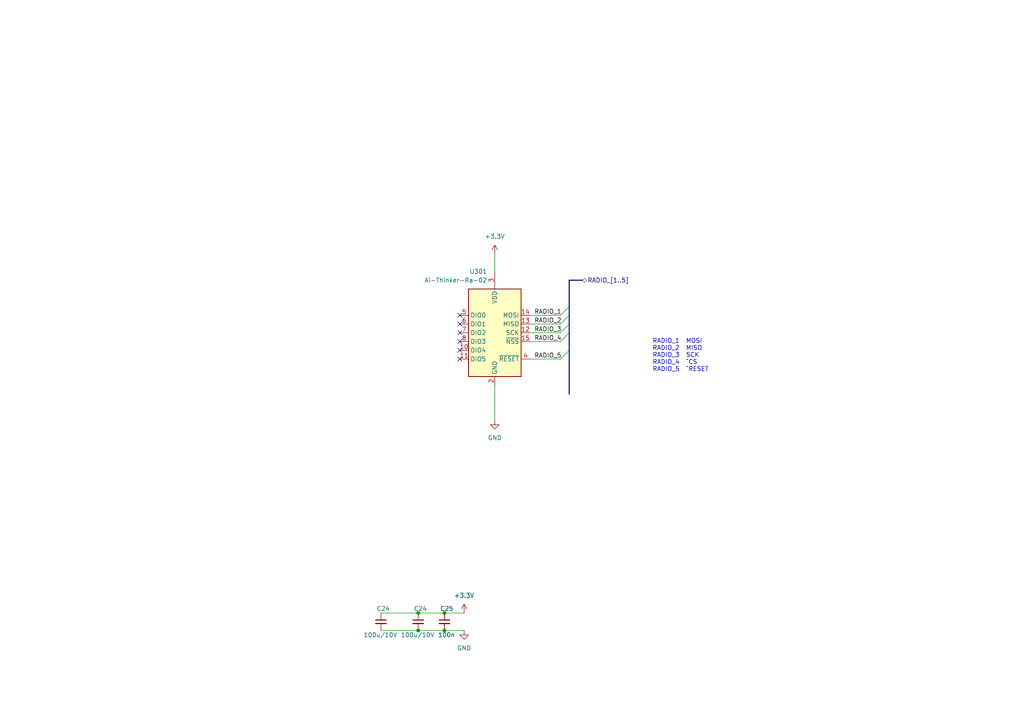
<source format=kicad_sch>
(kicad_sch (version 20231120) (generator "eeschema") (generator_version "8.0")
  (paper "A4")
  (lib_symbols
    (symbol "Device:C_Small" (pin_numbers hide) (pin_names (offset 0.254) hide)
      (property "Reference" "C" (at 0.254 1.778 0))
      (property "Value" "C_Small" (at 0.254 -2.032 0))
      (symbol "C_Small_0_1"
        (polyline (pts (xy -1.524 -0.508) (xy 1.524 -0.508)) (stroke (width 0.3302)))
        (polyline (pts (xy -1.524 0.508) (xy 1.524 0.508)) (stroke (width 0.3048)))
      )
      (symbol "C_Small_1_1"
        (pin passive line (at 0 2.54 270) (length 2.032) (name "~") (number "1"))
        (pin passive line (at 0 -2.54 90) (length 2.032) (name "~") (number "2"))
      )
    )
    (symbol "RF_Module:Ai-Thinker-Ra-02"
      (property "Reference" "U" (at 2.54 19.05 0))
      (property "Value" "Ai-Thinker-Ra-02" (at 13.97 -15.24 0))
      (symbol "Ai-Thinker-Ra-02_0_1"
        (rectangle (start -7.62 12.7) (end 7.62 -12.7) (stroke (width 0.254)) (fill (type background)))
      )
      (symbol "Ai-Thinker-Ra-02_1_1"
        (pin passive line (at 0 -15.24 90) (length 2.54) hide (name "GND") (number "1"))
        (pin bidirectional line (at 10.16 -5.08 180) (length 2.54) (name "DIO4") (number "10"))
        (pin bidirectional line (at 10.16 -7.62 180) (length 2.54) (name "DIO5") (number "11"))
        (pin input line (at -10.16 0 0) (length 2.54) (name "SCK") (number "12"))
        (pin output line (at -10.16 2.54 0) (length 2.54) (name "MISO") (number "13"))
        (pin input line (at -10.16 5.08 0) (length 2.54) (name "MOSI") (number "14"))
        (pin input line (at -10.16 -2.54 0) (length 2.54) (name "~{NSS}") (number "15"))
        (pin passive line (at 0 -15.24 90) (length 2.54) hide (name "GND") (number "16"))
        (pin power_in line (at 0 -15.24 90) (length 2.54) (name "GND") (number "2"))
        (pin power_in line (at 0 17.78 270) (length 5.08) (name "VDD") (number "3"))
        (pin input line (at -10.16 -7.62 0) (length 2.54) (name "~{RESET}") (number "4"))
        (pin bidirectional line (at 10.16 5.08 180) (length 2.54) (name "DIO0") (number "5"))
        (pin bidirectional line (at 10.16 2.54 180) (length 2.54) (name "DIO1") (number "6"))
        (pin bidirectional line (at 10.16 0 180) (length 2.54) (name "DIO2") (number "7"))
        (pin bidirectional line (at 10.16 -2.54 180) (length 2.54) (name "DIO3") (number "8"))
        (pin passive line (at 0 -15.24 90) (length 2.54) hide (name "GND") (number "9"))
      )
    )
    (symbol "power:+3.3V" (power) (pin_names (offset 0))
      (property "Value" "+3.3V" (at 0 3.556 0))
      (symbol "+3.3V_0_1"
        (polyline (pts (xy -0.762 1.27) (xy 0 2.54)))
        (polyline (pts (xy 0 0) (xy 0 2.54)))
        (polyline (pts (xy 0 2.54) (xy 0.762 1.27)))
      )
      (symbol "+3.3V_1_1"
        (pin power_in line (at 0 0 90) (length 0) hide (name "+3.3V") (number "1"))
      )
    )
    (symbol "power:GND" (power) (pin_names (offset 0))
      (property "Value" "GND" (at 0 -3.81 0))
      (symbol "GND_0_1"
        (polyline (pts (xy 0 0) (xy 0 -1.27) (xy 1.27 -1.27) (xy 0 -2.54) (xy -1.27 -1.27) (xy 0 -1.27)))
      )
      (symbol "GND_1_1"
        (pin power_in line (at 0 0 270) (length 0) hide (name "GND") (number "1"))
      )
    )
  )
  (junction (at 128.905 182.88))
  (junction (at 121.285 177.8))
  (junction (at 128.905 177.8))
  (junction (at 121.285 182.88))
  (no_connect (at 133.35 99.06))
  (no_connect (at 133.35 93.98))
  (no_connect (at 133.35 101.6))
  (no_connect (at 133.35 104.14))
  (no_connect (at 133.35 91.44))
  (no_connect (at 133.35 96.52))
  (bus_entry (at 162.56 93.98) (size 2.54 -2.54))
  (bus_entry (at 162.56 104.14) (size 2.54 -2.54))
  (bus_entry (at 162.56 99.06) (size 2.54 -2.54))
  (bus_entry (at 162.56 96.52) (size 2.54 -2.54))
  (bus_entry (at 162.56 91.44) (size 2.54 -2.54))
  (wire (pts (xy 134.62 182.88) (xy 128.905 182.88)))
  (bus (pts (xy 165.1 101.6) (xy 165.1 96.52)))
  (wire (pts (xy 110.49 182.88) (xy 121.285 182.88)))
  (bus (pts (xy 165.1 96.52) (xy 165.1 93.98)))
  (wire (pts (xy 143.51 73.66) (xy 143.51 78.74)))
  (wire (pts (xy 153.67 104.14) (xy 162.56 104.14)))
  (bus (pts (xy 165.1 93.98) (xy 165.1 91.44)))
  (wire (pts (xy 153.67 96.52) (xy 162.56 96.52)))
  (bus (pts (xy 165.1 81.28) (xy 168.91 81.28)))
  (bus (pts (xy 165.1 101.6) (xy 165.1 114.3)))
  (wire (pts (xy 121.285 182.88) (xy 128.905 182.88)))
  (wire (pts (xy 110.49 177.8) (xy 121.285 177.8)))
  (wire (pts (xy 143.51 121.92) (xy 143.51 111.76)))
  (bus (pts (xy 165.1 91.44) (xy 165.1 88.9)))
  (wire (pts (xy 134.62 177.8) (xy 128.905 177.8)))
  (wire (pts (xy 153.67 99.06) (xy 162.56 99.06)))
  (wire (pts (xy 121.285 177.8) (xy 128.905 177.8)))
  (wire (pts (xy 153.67 91.44) (xy 162.56 91.44)))
  (bus (pts (xy 165.1 88.9) (xy 165.1 81.28)))
  (wire (pts (xy 153.67 93.98) (xy 162.56 93.98)))
  (text "RADIO_1  MOSI\nRADIO_2  MISO\nRADIO_3  SCK\nRADIO_4  ^CS\nRADIO_5  ^RESET" (at 189.23 107.95 0) (effects (font (size 1.27 1.27)) (justify left bottom)))
  (label "RADIO_2" (at 154.94 93.98 0))
  (label "RADIO_1" (at 154.94 91.44 0))
  (label "RADIO_4" (at 154.94 99.06 0))
  (label "RADIO_3" (at 154.94 96.52 0))
  (label "RADIO_5" (at 154.94 104.14 0))
  (hierarchical_label "RADIO_[1..5]" (shape bidirectional) (at 168.91 81.28 0))
  (symbol (lib_id "Device:C_Small") (at 121.285 180.34 0) (unit 1)
    (property "Reference" "C24" (at 120.015 176.53 0) (effects (justify left)))
    (property "Value" "100u/10V" (at 116.205 184.15 0) (effects (justify left)))
    (property "Footprint" "Capacitor_SMD:C_1210_3225Metric" (effects (hide yes)))
    (property "LCSC" "C23742" (effects (hide yes)))
    (instances (project "NIKOLA-02-E-001_PCAScannerController_R1" (path "" (reference "C24") (unit 1))) (project "Robobuoy-Top-V2_0" (path "" (reference "C302") (unit 1))))
  )
  (symbol (lib_id "RF_Module:Ai-Thinker-Ra-02") (at 143.51 96.52 0) (mirror y) (unit 1)
    (property "Reference" "U301" (at 141.3159 78.74 0) (effects (justify left)))
    (property "Value" "Ai-Thinker-Ra-02" (at 141.3159 81.28 0) (effects (justify left)))
    (property "Footprint" "A_Module:Ai-Thinker-Ra-02-LoRa" (effects (hide yes)))
    (property "Datasheet" "http://wiki.ai-thinker.com/_media/lora/docs/c048ps01a1_ra-02_product_specification_v1.1.pdf" (effects (hide yes)))
    (property "Description" "Ai-Thinker Ra-02 410-525 MHz LoRa Module, SPI interface, U.FL antenna connector" (effects (hide yes)))
    (property "LCSC" "C90039" (effects (hide yes)))
  )
  (symbol (lib_id "power:+3.3V") (at 143.51 73.66 0) (unit 1)
    (property "Reference" "#PWR0303" (effects (hide yes)))
    (property "Value" "+3.3V" (at 143.51 68.58 0))
  )
  (symbol (lib_id "power:GND") (at 134.62 182.88 0) (unit 1)
    (property "Reference" "#PWR0302" (effects (hide yes)))
    (property "Value" "GND" (at 134.62 187.96 0))
  )
  (symbol (lib_id "Device:C_Small") (at 110.49 180.34 0) (unit 1)
    (property "Reference" "C24" (at 109.22 176.53 0) (effects (justify left)))
    (property "Value" "100u/10V" (at 105.41 184.15 0) (effects (justify left)))
    (property "Footprint" "Capacitor_SMD:C_1210_3225Metric" (effects (hide yes)))
    (property "LCSC" "C23742" (effects (hide yes)))
    (instances (project "NIKOLA-02-E-001_PCAScannerController_R1" (path "" (reference "C24") (unit 1))) (project "Robobuoy-Top-V2_0" (path "" (reference "C301") (unit 1))))
  )
  (symbol (lib_id "power:+3.3V") (at 134.62 177.8 0) (unit 1)
    (property "Reference" "#PWR0301" (effects (hide yes)))
    (property "Value" "+3.3V" (at 134.62 172.72 0))
  )
  (symbol (lib_id "power:GND") (at 143.51 121.92 0) (unit 1)
    (property "Reference" "#PWR0304" (effects (hide yes)))
    (property "Value" "GND" (at 143.51 127 0))
  )
  (symbol (lib_id "Device:C_Small") (at 128.905 180.34 0) (unit 1)
    (property "Reference" "C25" (at 127.635 176.53 0) (effects (justify left)))
    (property "Value" "100n" (at 127 184.15 0) (effects (justify left)))
    (property "Footprint" "A_Device:C_0603" (effects (hide yes)))
    (property "LCSC" "C14663" (effects (hide yes)))
    (instances (project "NIKOLA-02-E-001_PCAScannerController_R1" (path "" (reference "C25") (unit 1))) (project "Robobuoy-Top-V2_0" (path "" (reference "C303") (unit 1))))
  )
)
</source>
